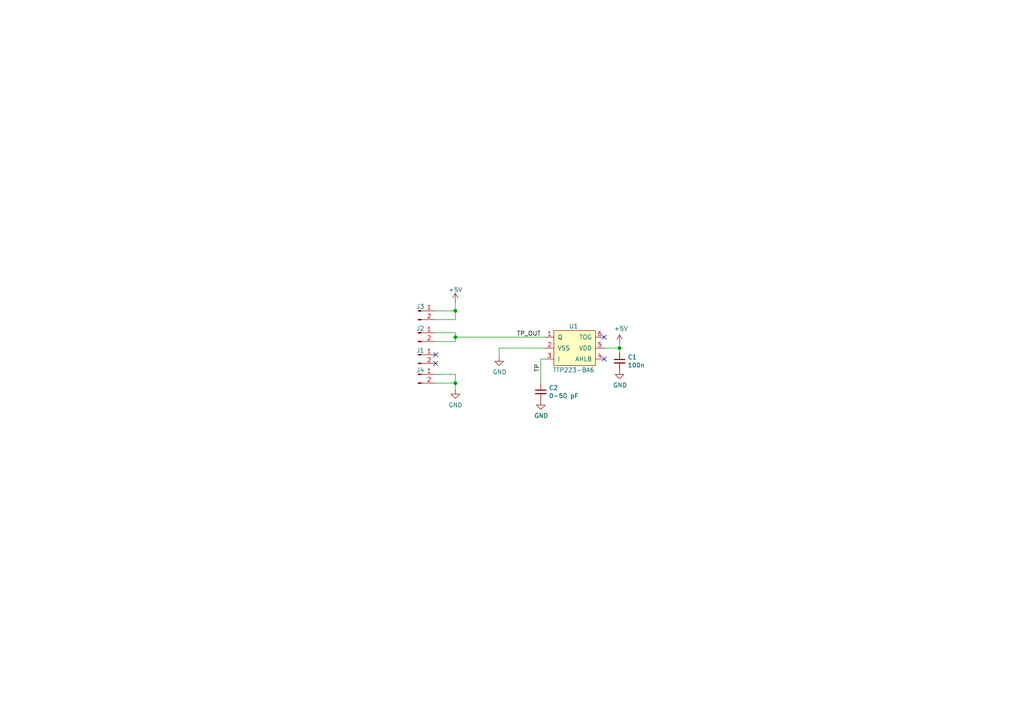
<source format=kicad_sch>
(kicad_sch (version 20231120) (generator "eeschema") (generator_version "8.0")
  (paper "A4")
  (lib_symbols
    (symbol "Connector:Conn_01x02_Male" (pin_names (offset 1.016) hide)
      (property "Reference" "J" (at 0 2.54 0))
      (property "Value" "Conn_01x02_Male" (at 0 -5.08 0))
      (symbol "Conn_01x02_Male_1_1"
        (polyline (pts (xy 1.27 -2.54) (xy 0.8636 -2.54)) (stroke (width 0.1524)))
        (polyline (pts (xy 1.27 0) (xy 0.8636 0)) (stroke (width 0.1524)))
        (rectangle (start 0.8636 -2.413) (end 0 -2.667) (stroke (width 0.1524)) (fill (type outline)))
        (rectangle (start 0.8636 0.127) (end 0 -0.127) (stroke (width 0.1524)) (fill (type outline)))
        (pin passive line (at 5.08 0 180) (length 3.81) (name "Pin_1") (number "1"))
        (pin passive line (at 5.08 -2.54 180) (length 3.81) (name "Pin_2") (number "2"))
      )
    )
    (symbol "Device:C_Small" (pin_numbers hide) (pin_names (offset 0.254) hide)
      (property "Reference" "C" (at 0.254 1.778 0))
      (property "Value" "C_Small" (at 0.254 -2.032 0))
      (symbol "C_Small_0_1"
        (polyline (pts (xy -1.524 -0.508) (xy 1.524 -0.508)) (stroke (width 0.3302)))
        (polyline (pts (xy -1.524 0.508) (xy 1.524 0.508)) (stroke (width 0.3048)))
      )
      (symbol "C_Small_1_1"
        (pin passive line (at 0 2.54 270) (length 2.032) (name "~") (number "1"))
        (pin passive line (at 0 -2.54 90) (length 2.032) (name "~") (number "2"))
      )
    )
    (symbol "Symbols:TTP223-BA6" (pin_names (offset 1.016))
      (property "Reference" "U" (at 0 -1.27 0))
      (property "Value" "TTP223-BA6" (at 0 -1.27 0))
      (symbol "TTP223-BA6_0_1"
        (rectangle (start -5.715 10.16) (end 6.35 0) (fill (type background)))
      )
      (symbol "TTP223-BA6_1_1"
        (pin passive line (at -8.255 8.255 0) (length 2.54) (name "Q") (number "1"))
        (pin passive line (at -8.255 5.08 0) (length 2.54) (name "VSS") (number "2"))
        (pin passive line (at -8.255 1.905 0) (length 2.54) (name "I") (number "3"))
        (pin passive line (at 8.89 1.905 180) (length 2.54) (name "AHLB") (number "4"))
        (pin passive line (at 8.89 5.08 180) (length 2.54) (name "VDD") (number "5"))
        (pin passive line (at 8.89 8.255 180) (length 2.54) (name "TOG") (number "6"))
      )
    )
    (symbol "power:+5V" (power) (pin_names (offset 0))
      (property "Value" "+5V" (at 0 3.556 0))
      (symbol "+5V_0_1"
        (polyline (pts (xy -0.762 1.27) (xy 0 2.54)))
        (polyline (pts (xy 0 0) (xy 0 2.54)))
        (polyline (pts (xy 0 2.54) (xy 0.762 1.27)))
      )
      (symbol "+5V_1_1"
        (pin power_in line (at 0 0 90) (length 0) hide (name "+5V") (number "1"))
      )
    )
    (symbol "power:GND" (power) (pin_names (offset 0))
      (property "Value" "GND" (at 0 -3.81 0))
      (symbol "GND_0_1"
        (polyline (pts (xy 0 0) (xy 0 -1.27) (xy 1.27 -1.27) (xy 0 -2.54) (xy -1.27 -1.27) (xy 0 -1.27)))
      )
      (symbol "GND_1_1"
        (pin power_in line (at 0 0 270) (length 0) hide (name "GND") (number "1"))
      )
    )
  )
  (junction (at 132.08 97.79))
  (junction (at 132.08 111.125))
  (junction (at 132.08 90.17))
  (junction (at 179.705 100.965))
  (no_connect (at 126.365 105.41))
  (no_connect (at 126.365 102.87))
  (no_connect (at 175.26 97.79))
  (no_connect (at 175.26 104.14))
  (wire (pts (xy 132.08 92.71) (xy 132.08 90.17)))
  (wire (pts (xy 132.08 97.79) (xy 132.08 99.06)))
  (wire (pts (xy 126.365 99.06) (xy 132.08 99.06)))
  (wire (pts (xy 144.78 103.505) (xy 144.78 100.965)))
  (wire (pts (xy 132.08 97.79) (xy 158.115 97.79)))
  (wire (pts (xy 132.08 111.125) (xy 132.08 108.585)))
  (wire (pts (xy 158.115 104.14) (xy 156.845 104.14)))
  (wire (pts (xy 144.78 100.965) (xy 158.115 100.965)))
  (wire (pts (xy 132.08 96.52) (xy 132.08 97.79)))
  (wire (pts (xy 132.08 90.17) (xy 126.365 90.17)))
  (wire (pts (xy 156.845 104.14) (xy 156.845 111.125)))
  (wire (pts (xy 179.705 100.965) (xy 179.705 99.695)))
  (wire (pts (xy 179.705 100.965) (xy 179.705 102.235)))
  (wire (pts (xy 126.365 111.125) (xy 132.08 111.125)))
  (wire (pts (xy 126.365 96.52) (xy 132.08 96.52)))
  (wire (pts (xy 132.08 111.125) (xy 132.08 113.03)))
  (wire (pts (xy 175.26 100.965) (xy 179.705 100.965)))
  (wire (pts (xy 126.365 108.585) (xy 132.08 108.585)))
  (wire (pts (xy 126.365 92.71) (xy 132.08 92.71)))
  (wire (pts (xy 132.08 87.63) (xy 132.08 90.17)))
  (label "TP" (at 156.845 107.95 90))
  (label "TP_OUT" (at 149.86 97.79 0))
  (symbol (lib_id "power:GND") (at 144.78 103.505 0) (unit 1)
    (property "Reference" "#PWR0105" (effects (hide yes)))
    (property "Value" "GND" (at 144.907 107.8992 0))
  )
  (symbol (lib_id "Symbols:TTP223-BA6") (at 166.37 106.045 0) (unit 1)
    (property "Reference" "U1" (at 166.37 94.615 0))
    (property "Value" "TTP223-BA6" (at 166.37 107.315 0))
    (property "Footprint" "Package_TO_SOT_SMD:SOT-23-6" (effects (hide yes)))
  )
  (symbol (lib_id "Connector:Conn_01x02_Male") (at 121.285 90.17 0) (unit 1)
    (property "Reference" "J3" (at 121.92 88.931 0))
    (property "Value" "Conn_01x02_Male" (effects (hide yes)))
    (property "Footprint" "Connector_PinHeader_1.27mm:PinHeader_1x02_P1.27mm_Vertical_SMD_Pin1Left" (effects (hide yes)))
  )
  (symbol (lib_id "power:GND") (at 156.845 116.205 0) (unit 1)
    (property "Reference" "#PWR0102" (effects (hide yes)))
    (property "Value" "GND" (at 156.972 120.5992 0))
  )
  (symbol (lib_id "power:+5V") (at 179.705 99.695 0) (unit 1)
    (property "Reference" "#PWR0101" (effects (hide yes)))
    (property "Value" "+5V" (at 180.086 95.3008 0))
  )
  (symbol (lib_id "power:+5V") (at 132.08 87.63 0) (unit 1)
    (property "Reference" "#PWR0106" (effects (hide yes)))
    (property "Value" "+5V" (at 132.08 84.0542 0))
  )
  (symbol (lib_id "Connector:Conn_01x02_Male") (at 121.285 102.87 0) (unit 1)
    (property "Reference" "J1" (at 121.92 101.631 0))
    (property "Value" "Conn_01x02_Male" (effects (hide yes)))
    (property "Footprint" "Connector_PinHeader_1.27mm:PinHeader_1x02_P1.27mm_Vertical_SMD_Pin1Left" (effects (hide yes)))
  )
  (symbol (lib_id "Connector:Conn_01x02_Male") (at 121.285 96.52 0) (unit 1)
    (property "Reference" "J2" (at 121.92 95.281 0))
    (property "Value" "Conn_01x02_Male" (effects (hide yes)))
    (property "Footprint" "Connector_PinHeader_1.27mm:PinHeader_1x02_P1.27mm_Vertical_SMD_Pin1Left" (effects (hide yes)))
  )
  (symbol (lib_id "power:GND") (at 179.705 107.315 0) (unit 1)
    (property "Reference" "#PWR0103" (effects (hide yes)))
    (property "Value" "GND" (at 179.832 111.7092 0))
  )
  (symbol (lib_id "Device:C_Small") (at 179.705 104.775 0) (unit 1)
    (property "Reference" "C1" (at 182.0418 103.6066 0) (effects (justify left)))
    (property "Value" "100n" (at 182.0418 105.918 0) (effects (justify left)))
    (property "Footprint" "Capacitor_SMD:C_0603_1608Metric" (effects (hide yes)))
  )
  (symbol (lib_id "Connector:Conn_01x02_Male") (at 121.285 108.585 0) (unit 1)
    (property "Reference" "J4" (at 121.92 107.346 0))
    (property "Value" "Conn_01x02_Male" (effects (hide yes)))
    (property "Footprint" "Connector_PinHeader_1.27mm:PinHeader_1x02_P1.27mm_Vertical_SMD_Pin1Left" (effects (hide yes)))
  )
  (symbol (lib_id "power:GND") (at 132.08 113.03 0) (unit 1)
    (property "Reference" "#PWR0104" (effects (hide yes)))
    (property "Value" "GND" (at 132.08 117.4734 0))
  )
  (symbol (lib_id "Device:C_Small") (at 156.845 113.665 0) (unit 1)
    (property "Reference" "C2" (at 159.1818 112.4966 0) (effects (justify left)))
    (property "Value" "0-50 pF" (at 159.1818 114.808 0) (effects (justify left)))
    (property "Footprint" "Capacitor_SMD:C_0603_1608Metric" (effects (hide yes)))
  )
)
</source>
